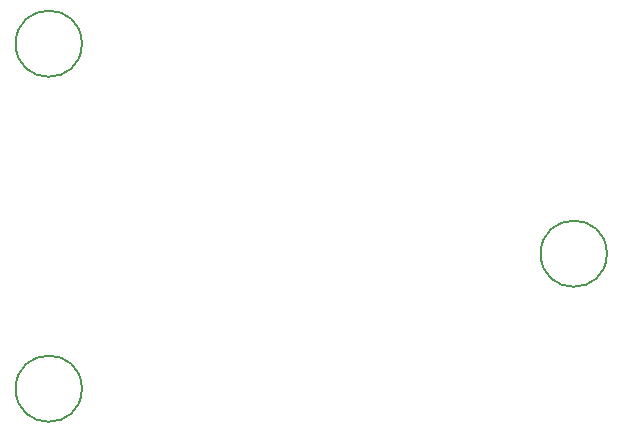
<source format=gbr>
%TF.GenerationSoftware,KiCad,Pcbnew,7.0.8*%
%TF.CreationDate,2024-09-16T20:09:50+09:00*%
%TF.ProjectId,____,fb90fa7f-2e6b-4696-9361-645f70636258,rev?*%
%TF.SameCoordinates,Original*%
%TF.FileFunction,Other,Comment*%
%FSLAX46Y46*%
G04 Gerber Fmt 4.6, Leading zero omitted, Abs format (unit mm)*
G04 Created by KiCad (PCBNEW 7.0.8) date 2024-09-16 20:09:50*
%MOMM*%
%LPD*%
G01*
G04 APERTURE LIST*
%ADD10C,0.150000*%
G04 APERTURE END LIST*
D10*
%TO.C,REF\u002A\u002A*%
X44710000Y-91440000D02*
G75*
G03*
X44710000Y-91440000I-2800000J0D01*
G01*
X44710000Y-120650000D02*
G75*
G03*
X44710000Y-120650000I-2800000J0D01*
G01*
X89160000Y-109220000D02*
G75*
G03*
X89160000Y-109220000I-2800000J0D01*
G01*
%TD*%
M02*

</source>
